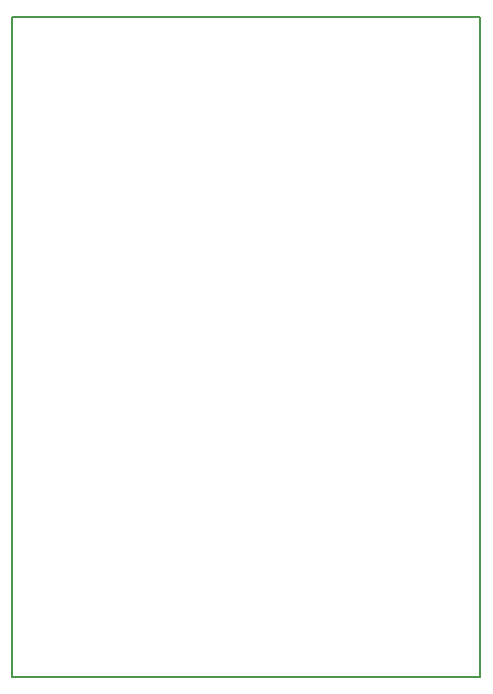
<source format=gbr>
G04 start of page 4 for group 2 idx 2 *
G04 Title: (unknown), outline *
G04 Creator: pcb 1.99z *
G04 CreationDate: Sun 31 May 2020 07:54:01 PM GMT UTC *
G04 For: mark *
G04 Format: Gerber/RS-274X *
G04 PCB-Dimensions (mil): 2200.00 2300.00 *
G04 PCB-Coordinate-Origin: lower left *
%MOIN*%
%FSLAX25Y25*%
%LNOUTLINE*%
%ADD44C,0.0050*%
G54D44*X202000Y7000D02*X46000D01*
X202000Y227000D02*Y7000D01*
X46000Y227000D02*X202000D01*
X46000Y7000D02*Y227000D01*
M02*

</source>
